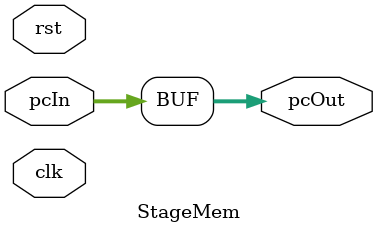
<source format=v>
module StageMem(
    input clk, rst,
    input [31:0] pcIn,
    output [31:0] pcOut
);
    assign pcOut = pcIn;
endmodule

</source>
